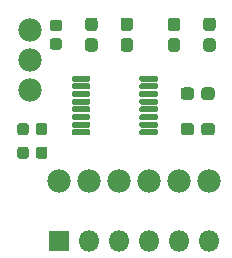
<source format=gbr>
%TF.GenerationSoftware,KiCad,Pcbnew,5.1.6+dfsg1-1*%
%TF.CreationDate,2020-09-13T10:33:18+10:00*%
%TF.ProjectId,thermistor-to-digispark,74686572-6d69-4737-946f-722d61646170,rev?*%
%TF.SameCoordinates,Original*%
%TF.FileFunction,Soldermask,Top*%
%TF.FilePolarity,Negative*%
%FSLAX46Y46*%
G04 Gerber Fmt 4.6, Leading zero omitted, Abs format (unit mm)*
G04 Created by KiCad (PCBNEW 5.1.6+dfsg1-1) date 2020-09-13 10:33:18*
%MOMM*%
%LPD*%
G01*
G04 APERTURE LIST*
%ADD10O,1.800000X1.800000*%
%ADD11R,1.800000X1.800000*%
%ADD12C,1.979600*%
G04 APERTURE END LIST*
%TO.C,R8*%
G36*
G01*
X140300000Y-101262500D02*
X140300000Y-100737500D01*
G75*
G02*
X140562500Y-100475000I262500J0D01*
G01*
X141187500Y-100475000D01*
G75*
G02*
X141450000Y-100737500I0J-262500D01*
G01*
X141450000Y-101262500D01*
G75*
G02*
X141187500Y-101525000I-262500J0D01*
G01*
X140562500Y-101525000D01*
G75*
G02*
X140300000Y-101262500I0J262500D01*
G01*
G37*
G36*
G01*
X138550000Y-101262500D02*
X138550000Y-100737500D01*
G75*
G02*
X138812500Y-100475000I262500J0D01*
G01*
X139437500Y-100475000D01*
G75*
G02*
X139700000Y-100737500I0J-262500D01*
G01*
X139700000Y-101262500D01*
G75*
G02*
X139437500Y-101525000I-262500J0D01*
G01*
X138812500Y-101525000D01*
G75*
G02*
X138550000Y-101262500I0J262500D01*
G01*
G37*
%TD*%
%TO.C,R7*%
G36*
G01*
X140737500Y-93300000D02*
X141262500Y-93300000D01*
G75*
G02*
X141525000Y-93562500I0J-262500D01*
G01*
X141525000Y-94187500D01*
G75*
G02*
X141262500Y-94450000I-262500J0D01*
G01*
X140737500Y-94450000D01*
G75*
G02*
X140475000Y-94187500I0J262500D01*
G01*
X140475000Y-93562500D01*
G75*
G02*
X140737500Y-93300000I262500J0D01*
G01*
G37*
G36*
G01*
X140737500Y-91550000D02*
X141262500Y-91550000D01*
G75*
G02*
X141525000Y-91812500I0J-262500D01*
G01*
X141525000Y-92437500D01*
G75*
G02*
X141262500Y-92700000I-262500J0D01*
G01*
X140737500Y-92700000D01*
G75*
G02*
X140475000Y-92437500I0J262500D01*
G01*
X140475000Y-91812500D01*
G75*
G02*
X140737500Y-91550000I262500J0D01*
G01*
G37*
%TD*%
%TO.C,R6*%
G36*
G01*
X133737500Y-93300000D02*
X134262500Y-93300000D01*
G75*
G02*
X134525000Y-93562500I0J-262500D01*
G01*
X134525000Y-94187500D01*
G75*
G02*
X134262500Y-94450000I-262500J0D01*
G01*
X133737500Y-94450000D01*
G75*
G02*
X133475000Y-94187500I0J262500D01*
G01*
X133475000Y-93562500D01*
G75*
G02*
X133737500Y-93300000I262500J0D01*
G01*
G37*
G36*
G01*
X133737500Y-91550000D02*
X134262500Y-91550000D01*
G75*
G02*
X134525000Y-91812500I0J-262500D01*
G01*
X134525000Y-92437500D01*
G75*
G02*
X134262500Y-92700000I-262500J0D01*
G01*
X133737500Y-92700000D01*
G75*
G02*
X133475000Y-92437500I0J262500D01*
G01*
X133475000Y-91812500D01*
G75*
G02*
X133737500Y-91550000I262500J0D01*
G01*
G37*
%TD*%
D10*
%TO.C,J1*%
X140970000Y-110490000D03*
X138430000Y-110490000D03*
X135890000Y-110490000D03*
X133350000Y-110490000D03*
X130810000Y-110490000D03*
D11*
X128270000Y-110490000D03*
%TD*%
D12*
%TO.C,U2*%
X125770000Y-92580000D03*
X125770000Y-95120000D03*
X125770000Y-97660000D03*
X140970000Y-105410000D03*
X138430000Y-105410000D03*
X135890000Y-105410000D03*
X133350000Y-105410000D03*
X130810000Y-105410000D03*
X128270000Y-105410000D03*
%TD*%
%TO.C,R2*%
G36*
G01*
X126300000Y-103281250D02*
X126300000Y-102718750D01*
G75*
G02*
X126543750Y-102475000I243750J0D01*
G01*
X127031250Y-102475000D01*
G75*
G02*
X127275000Y-102718750I0J-243750D01*
G01*
X127275000Y-103281250D01*
G75*
G02*
X127031250Y-103525000I-243750J0D01*
G01*
X126543750Y-103525000D01*
G75*
G02*
X126300000Y-103281250I0J243750D01*
G01*
G37*
G36*
G01*
X124725000Y-103281250D02*
X124725000Y-102718750D01*
G75*
G02*
X124968750Y-102475000I243750J0D01*
G01*
X125456250Y-102475000D01*
G75*
G02*
X125700000Y-102718750I0J-243750D01*
G01*
X125700000Y-103281250D01*
G75*
G02*
X125456250Y-103525000I-243750J0D01*
G01*
X124968750Y-103525000D01*
G75*
G02*
X124725000Y-103281250I0J243750D01*
G01*
G37*
%TD*%
%TO.C,R1*%
G36*
G01*
X126300000Y-101281250D02*
X126300000Y-100718750D01*
G75*
G02*
X126543750Y-100475000I243750J0D01*
G01*
X127031250Y-100475000D01*
G75*
G02*
X127275000Y-100718750I0J-243750D01*
G01*
X127275000Y-101281250D01*
G75*
G02*
X127031250Y-101525000I-243750J0D01*
G01*
X126543750Y-101525000D01*
G75*
G02*
X126300000Y-101281250I0J243750D01*
G01*
G37*
G36*
G01*
X124725000Y-101281250D02*
X124725000Y-100718750D01*
G75*
G02*
X124968750Y-100475000I243750J0D01*
G01*
X125456250Y-100475000D01*
G75*
G02*
X125700000Y-100718750I0J-243750D01*
G01*
X125700000Y-101281250D01*
G75*
G02*
X125456250Y-101525000I-243750J0D01*
G01*
X124968750Y-101525000D01*
G75*
G02*
X124725000Y-101281250I0J243750D01*
G01*
G37*
%TD*%
%TO.C,R5*%
G36*
G01*
X139700000Y-97737500D02*
X139700000Y-98262500D01*
G75*
G02*
X139437500Y-98525000I-262500J0D01*
G01*
X138812500Y-98525000D01*
G75*
G02*
X138550000Y-98262500I0J262500D01*
G01*
X138550000Y-97737500D01*
G75*
G02*
X138812500Y-97475000I262500J0D01*
G01*
X139437500Y-97475000D01*
G75*
G02*
X139700000Y-97737500I0J-262500D01*
G01*
G37*
G36*
G01*
X141450000Y-97737500D02*
X141450000Y-98262500D01*
G75*
G02*
X141187500Y-98525000I-262500J0D01*
G01*
X140562500Y-98525000D01*
G75*
G02*
X140300000Y-98262500I0J262500D01*
G01*
X140300000Y-97737500D01*
G75*
G02*
X140562500Y-97475000I262500J0D01*
G01*
X141187500Y-97475000D01*
G75*
G02*
X141450000Y-97737500I0J-262500D01*
G01*
G37*
%TD*%
%TO.C,R4*%
G36*
G01*
X137737500Y-93300000D02*
X138262500Y-93300000D01*
G75*
G02*
X138525000Y-93562500I0J-262500D01*
G01*
X138525000Y-94187500D01*
G75*
G02*
X138262500Y-94450000I-262500J0D01*
G01*
X137737500Y-94450000D01*
G75*
G02*
X137475000Y-94187500I0J262500D01*
G01*
X137475000Y-93562500D01*
G75*
G02*
X137737500Y-93300000I262500J0D01*
G01*
G37*
G36*
G01*
X137737500Y-91550000D02*
X138262500Y-91550000D01*
G75*
G02*
X138525000Y-91812500I0J-262500D01*
G01*
X138525000Y-92437500D01*
G75*
G02*
X138262500Y-92700000I-262500J0D01*
G01*
X137737500Y-92700000D01*
G75*
G02*
X137475000Y-92437500I0J262500D01*
G01*
X137475000Y-91812500D01*
G75*
G02*
X137737500Y-91550000I262500J0D01*
G01*
G37*
%TD*%
%TO.C,R3*%
G36*
G01*
X130737500Y-93300000D02*
X131262500Y-93300000D01*
G75*
G02*
X131525000Y-93562500I0J-262500D01*
G01*
X131525000Y-94187500D01*
G75*
G02*
X131262500Y-94450000I-262500J0D01*
G01*
X130737500Y-94450000D01*
G75*
G02*
X130475000Y-94187500I0J262500D01*
G01*
X130475000Y-93562500D01*
G75*
G02*
X130737500Y-93300000I262500J0D01*
G01*
G37*
G36*
G01*
X130737500Y-91550000D02*
X131262500Y-91550000D01*
G75*
G02*
X131525000Y-91812500I0J-262500D01*
G01*
X131525000Y-92437500D01*
G75*
G02*
X131262500Y-92700000I-262500J0D01*
G01*
X130737500Y-92700000D01*
G75*
G02*
X130475000Y-92437500I0J262500D01*
G01*
X130475000Y-91812500D01*
G75*
G02*
X130737500Y-91550000I262500J0D01*
G01*
G37*
%TD*%
%TO.C,C1*%
G36*
G01*
X128281250Y-92700000D02*
X127718750Y-92700000D01*
G75*
G02*
X127475000Y-92456250I0J243750D01*
G01*
X127475000Y-91968750D01*
G75*
G02*
X127718750Y-91725000I243750J0D01*
G01*
X128281250Y-91725000D01*
G75*
G02*
X128525000Y-91968750I0J-243750D01*
G01*
X128525000Y-92456250D01*
G75*
G02*
X128281250Y-92700000I-243750J0D01*
G01*
G37*
G36*
G01*
X128281250Y-94275000D02*
X127718750Y-94275000D01*
G75*
G02*
X127475000Y-94031250I0J243750D01*
G01*
X127475000Y-93543750D01*
G75*
G02*
X127718750Y-93300000I243750J0D01*
G01*
X128281250Y-93300000D01*
G75*
G02*
X128525000Y-93543750I0J-243750D01*
G01*
X128525000Y-94031250D01*
G75*
G02*
X128281250Y-94275000I-243750J0D01*
G01*
G37*
%TD*%
%TO.C,U1*%
G36*
G01*
X130925000Y-101150000D02*
X130925000Y-101400000D01*
G75*
G02*
X130800000Y-101525000I-125000J0D01*
G01*
X129475000Y-101525000D01*
G75*
G02*
X129350000Y-101400000I0J125000D01*
G01*
X129350000Y-101150000D01*
G75*
G02*
X129475000Y-101025000I125000J0D01*
G01*
X130800000Y-101025000D01*
G75*
G02*
X130925000Y-101150000I0J-125000D01*
G01*
G37*
G36*
G01*
X130925000Y-100500000D02*
X130925000Y-100750000D01*
G75*
G02*
X130800000Y-100875000I-125000J0D01*
G01*
X129475000Y-100875000D01*
G75*
G02*
X129350000Y-100750000I0J125000D01*
G01*
X129350000Y-100500000D01*
G75*
G02*
X129475000Y-100375000I125000J0D01*
G01*
X130800000Y-100375000D01*
G75*
G02*
X130925000Y-100500000I0J-125000D01*
G01*
G37*
G36*
G01*
X130925000Y-99850000D02*
X130925000Y-100100000D01*
G75*
G02*
X130800000Y-100225000I-125000J0D01*
G01*
X129475000Y-100225000D01*
G75*
G02*
X129350000Y-100100000I0J125000D01*
G01*
X129350000Y-99850000D01*
G75*
G02*
X129475000Y-99725000I125000J0D01*
G01*
X130800000Y-99725000D01*
G75*
G02*
X130925000Y-99850000I0J-125000D01*
G01*
G37*
G36*
G01*
X130925000Y-99200000D02*
X130925000Y-99450000D01*
G75*
G02*
X130800000Y-99575000I-125000J0D01*
G01*
X129475000Y-99575000D01*
G75*
G02*
X129350000Y-99450000I0J125000D01*
G01*
X129350000Y-99200000D01*
G75*
G02*
X129475000Y-99075000I125000J0D01*
G01*
X130800000Y-99075000D01*
G75*
G02*
X130925000Y-99200000I0J-125000D01*
G01*
G37*
G36*
G01*
X130925000Y-98550000D02*
X130925000Y-98800000D01*
G75*
G02*
X130800000Y-98925000I-125000J0D01*
G01*
X129475000Y-98925000D01*
G75*
G02*
X129350000Y-98800000I0J125000D01*
G01*
X129350000Y-98550000D01*
G75*
G02*
X129475000Y-98425000I125000J0D01*
G01*
X130800000Y-98425000D01*
G75*
G02*
X130925000Y-98550000I0J-125000D01*
G01*
G37*
G36*
G01*
X130925000Y-97900000D02*
X130925000Y-98150000D01*
G75*
G02*
X130800000Y-98275000I-125000J0D01*
G01*
X129475000Y-98275000D01*
G75*
G02*
X129350000Y-98150000I0J125000D01*
G01*
X129350000Y-97900000D01*
G75*
G02*
X129475000Y-97775000I125000J0D01*
G01*
X130800000Y-97775000D01*
G75*
G02*
X130925000Y-97900000I0J-125000D01*
G01*
G37*
G36*
G01*
X130925000Y-97250000D02*
X130925000Y-97500000D01*
G75*
G02*
X130800000Y-97625000I-125000J0D01*
G01*
X129475000Y-97625000D01*
G75*
G02*
X129350000Y-97500000I0J125000D01*
G01*
X129350000Y-97250000D01*
G75*
G02*
X129475000Y-97125000I125000J0D01*
G01*
X130800000Y-97125000D01*
G75*
G02*
X130925000Y-97250000I0J-125000D01*
G01*
G37*
G36*
G01*
X130925000Y-96600000D02*
X130925000Y-96850000D01*
G75*
G02*
X130800000Y-96975000I-125000J0D01*
G01*
X129475000Y-96975000D01*
G75*
G02*
X129350000Y-96850000I0J125000D01*
G01*
X129350000Y-96600000D01*
G75*
G02*
X129475000Y-96475000I125000J0D01*
G01*
X130800000Y-96475000D01*
G75*
G02*
X130925000Y-96600000I0J-125000D01*
G01*
G37*
G36*
G01*
X136650000Y-96600000D02*
X136650000Y-96850000D01*
G75*
G02*
X136525000Y-96975000I-125000J0D01*
G01*
X135200000Y-96975000D01*
G75*
G02*
X135075000Y-96850000I0J125000D01*
G01*
X135075000Y-96600000D01*
G75*
G02*
X135200000Y-96475000I125000J0D01*
G01*
X136525000Y-96475000D01*
G75*
G02*
X136650000Y-96600000I0J-125000D01*
G01*
G37*
G36*
G01*
X136650000Y-97250000D02*
X136650000Y-97500000D01*
G75*
G02*
X136525000Y-97625000I-125000J0D01*
G01*
X135200000Y-97625000D01*
G75*
G02*
X135075000Y-97500000I0J125000D01*
G01*
X135075000Y-97250000D01*
G75*
G02*
X135200000Y-97125000I125000J0D01*
G01*
X136525000Y-97125000D01*
G75*
G02*
X136650000Y-97250000I0J-125000D01*
G01*
G37*
G36*
G01*
X136650000Y-97900000D02*
X136650000Y-98150000D01*
G75*
G02*
X136525000Y-98275000I-125000J0D01*
G01*
X135200000Y-98275000D01*
G75*
G02*
X135075000Y-98150000I0J125000D01*
G01*
X135075000Y-97900000D01*
G75*
G02*
X135200000Y-97775000I125000J0D01*
G01*
X136525000Y-97775000D01*
G75*
G02*
X136650000Y-97900000I0J-125000D01*
G01*
G37*
G36*
G01*
X136650000Y-98550000D02*
X136650000Y-98800000D01*
G75*
G02*
X136525000Y-98925000I-125000J0D01*
G01*
X135200000Y-98925000D01*
G75*
G02*
X135075000Y-98800000I0J125000D01*
G01*
X135075000Y-98550000D01*
G75*
G02*
X135200000Y-98425000I125000J0D01*
G01*
X136525000Y-98425000D01*
G75*
G02*
X136650000Y-98550000I0J-125000D01*
G01*
G37*
G36*
G01*
X136650000Y-99200000D02*
X136650000Y-99450000D01*
G75*
G02*
X136525000Y-99575000I-125000J0D01*
G01*
X135200000Y-99575000D01*
G75*
G02*
X135075000Y-99450000I0J125000D01*
G01*
X135075000Y-99200000D01*
G75*
G02*
X135200000Y-99075000I125000J0D01*
G01*
X136525000Y-99075000D01*
G75*
G02*
X136650000Y-99200000I0J-125000D01*
G01*
G37*
G36*
G01*
X136650000Y-99850000D02*
X136650000Y-100100000D01*
G75*
G02*
X136525000Y-100225000I-125000J0D01*
G01*
X135200000Y-100225000D01*
G75*
G02*
X135075000Y-100100000I0J125000D01*
G01*
X135075000Y-99850000D01*
G75*
G02*
X135200000Y-99725000I125000J0D01*
G01*
X136525000Y-99725000D01*
G75*
G02*
X136650000Y-99850000I0J-125000D01*
G01*
G37*
G36*
G01*
X136650000Y-100500000D02*
X136650000Y-100750000D01*
G75*
G02*
X136525000Y-100875000I-125000J0D01*
G01*
X135200000Y-100875000D01*
G75*
G02*
X135075000Y-100750000I0J125000D01*
G01*
X135075000Y-100500000D01*
G75*
G02*
X135200000Y-100375000I125000J0D01*
G01*
X136525000Y-100375000D01*
G75*
G02*
X136650000Y-100500000I0J-125000D01*
G01*
G37*
G36*
G01*
X136650000Y-101150000D02*
X136650000Y-101400000D01*
G75*
G02*
X136525000Y-101525000I-125000J0D01*
G01*
X135200000Y-101525000D01*
G75*
G02*
X135075000Y-101400000I0J125000D01*
G01*
X135075000Y-101150000D01*
G75*
G02*
X135200000Y-101025000I125000J0D01*
G01*
X136525000Y-101025000D01*
G75*
G02*
X136650000Y-101150000I0J-125000D01*
G01*
G37*
%TD*%
M02*

</source>
